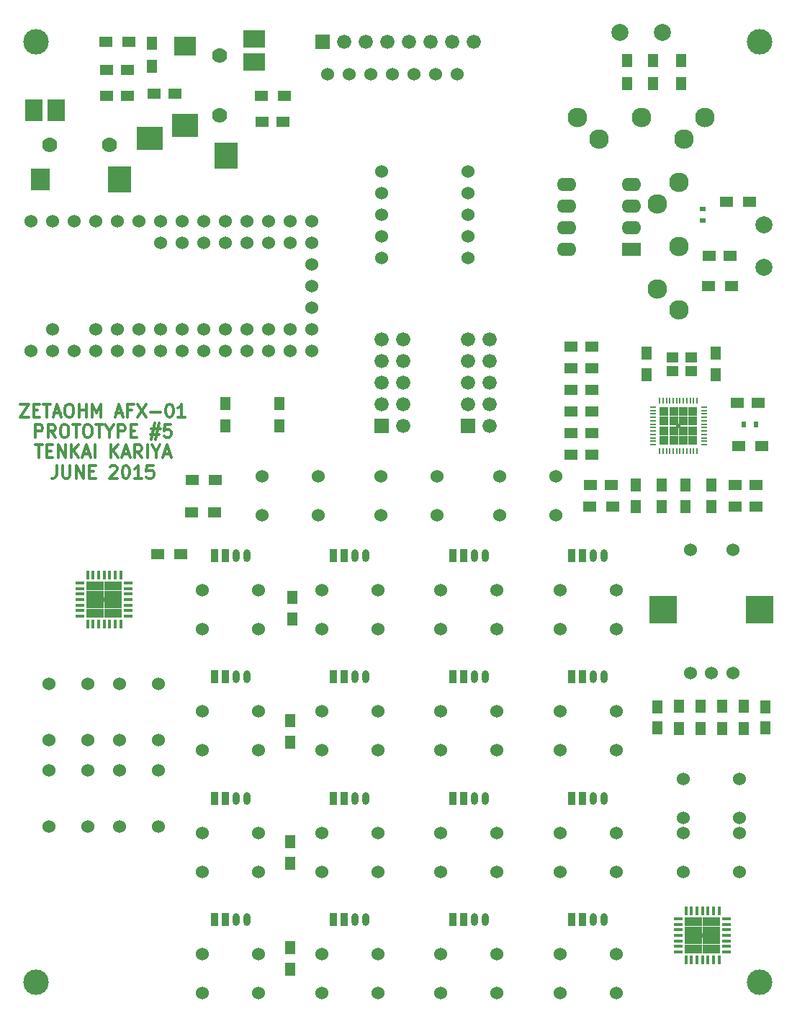
<source format=gts>
G04 #@! TF.FileFunction,Soldermask,Top*
%FSLAX46Y46*%
G04 Gerber Fmt 4.6, Leading zero omitted, Abs format (unit mm)*
G04 Created by KiCad (PCBNEW (2015-06-12 BZR 5734)-product) date Saturday, June 20, 2015 'PMt' 05:40:19 PM*
%MOMM*%
G01*
G04 APERTURE LIST*
%ADD10C,0.100000*%
%ADD11C,0.300000*%
%ADD12C,3.000000*%
%ADD13C,0.500000*%
%ADD14C,1.524000*%
%ADD15R,1.250000X1.500000*%
%ADD16R,0.850000X1.500000*%
%ADD17O,0.850000X1.500000*%
%ADD18C,2.300000*%
%ADD19C,2.000000*%
%ADD20R,2.286000X1.574800*%
%ADD21O,2.286000X1.574800*%
%ADD22R,3.200000X3.200000*%
%ADD23R,1.500000X1.250000*%
%ADD24R,0.600000X0.700000*%
%ADD25R,1.000000X0.370000*%
%ADD26R,0.370000X1.000000*%
%ADD27R,1.062500X1.062500*%
%ADD28R,1.500000X1.300000*%
%ADD29R,1.300000X1.500000*%
%ADD30R,0.700000X0.600000*%
%ADD31R,2.540000X2.006600*%
%ADD32R,2.540000X2.209800*%
%ADD33R,3.048000X2.692400*%
%ADD34R,2.692400X3.048000*%
%ADD35C,1.778000*%
%ADD36R,2.006600X2.540000*%
%ADD37R,2.209800X2.540000*%
%ADD38R,0.800000X0.200000*%
%ADD39R,0.200000X0.800000*%
%ADD40R,1.112500X1.112500*%
%ADD41R,1.400000X1.200000*%
%ADD42C,1.676400*%
%ADD43R,1.676400X1.676400*%
G04 APERTURE END LIST*
D10*
D11*
X92739001Y-70508571D02*
X93739001Y-70508571D01*
X92739001Y-72008571D01*
X93739001Y-72008571D01*
X94310429Y-71222857D02*
X94810429Y-71222857D01*
X95024715Y-72008571D02*
X94310429Y-72008571D01*
X94310429Y-70508571D01*
X95024715Y-70508571D01*
X95453286Y-70508571D02*
X96310429Y-70508571D01*
X95881858Y-72008571D02*
X95881858Y-70508571D01*
X96739000Y-71580000D02*
X97453286Y-71580000D01*
X96596143Y-72008571D02*
X97096143Y-70508571D01*
X97596143Y-72008571D01*
X98381857Y-70508571D02*
X98667571Y-70508571D01*
X98810429Y-70580000D01*
X98953286Y-70722857D01*
X99024714Y-71008571D01*
X99024714Y-71508571D01*
X98953286Y-71794286D01*
X98810429Y-71937143D01*
X98667571Y-72008571D01*
X98381857Y-72008571D01*
X98239000Y-71937143D01*
X98096143Y-71794286D01*
X98024714Y-71508571D01*
X98024714Y-71008571D01*
X98096143Y-70722857D01*
X98239000Y-70580000D01*
X98381857Y-70508571D01*
X99667572Y-72008571D02*
X99667572Y-70508571D01*
X99667572Y-71222857D02*
X100524715Y-71222857D01*
X100524715Y-72008571D02*
X100524715Y-70508571D01*
X101239001Y-72008571D02*
X101239001Y-70508571D01*
X101739001Y-71580000D01*
X102239001Y-70508571D01*
X102239001Y-72008571D01*
X104024715Y-71580000D02*
X104739001Y-71580000D01*
X103881858Y-72008571D02*
X104381858Y-70508571D01*
X104881858Y-72008571D01*
X105881858Y-71222857D02*
X105381858Y-71222857D01*
X105381858Y-72008571D02*
X105381858Y-70508571D01*
X106096144Y-70508571D01*
X106524715Y-70508571D02*
X107524715Y-72008571D01*
X107524715Y-70508571D02*
X106524715Y-72008571D01*
X108096143Y-71437143D02*
X109239000Y-71437143D01*
X110239000Y-70508571D02*
X110381857Y-70508571D01*
X110524714Y-70580000D01*
X110596143Y-70651429D01*
X110667572Y-70794286D01*
X110739000Y-71080000D01*
X110739000Y-71437143D01*
X110667572Y-71722857D01*
X110596143Y-71865714D01*
X110524714Y-71937143D01*
X110381857Y-72008571D01*
X110239000Y-72008571D01*
X110096143Y-71937143D01*
X110024714Y-71865714D01*
X109953286Y-71722857D01*
X109881857Y-71437143D01*
X109881857Y-71080000D01*
X109953286Y-70794286D01*
X110024714Y-70651429D01*
X110096143Y-70580000D01*
X110239000Y-70508571D01*
X112167571Y-72008571D02*
X111310428Y-72008571D01*
X111739000Y-72008571D02*
X111739000Y-70508571D01*
X111596143Y-70722857D01*
X111453285Y-70865714D01*
X111310428Y-70937143D01*
X94524715Y-74408571D02*
X94524715Y-72908571D01*
X95096143Y-72908571D01*
X95239001Y-72980000D01*
X95310429Y-73051429D01*
X95381858Y-73194286D01*
X95381858Y-73408571D01*
X95310429Y-73551429D01*
X95239001Y-73622857D01*
X95096143Y-73694286D01*
X94524715Y-73694286D01*
X96881858Y-74408571D02*
X96381858Y-73694286D01*
X96024715Y-74408571D02*
X96024715Y-72908571D01*
X96596143Y-72908571D01*
X96739001Y-72980000D01*
X96810429Y-73051429D01*
X96881858Y-73194286D01*
X96881858Y-73408571D01*
X96810429Y-73551429D01*
X96739001Y-73622857D01*
X96596143Y-73694286D01*
X96024715Y-73694286D01*
X97810429Y-72908571D02*
X98096143Y-72908571D01*
X98239001Y-72980000D01*
X98381858Y-73122857D01*
X98453286Y-73408571D01*
X98453286Y-73908571D01*
X98381858Y-74194286D01*
X98239001Y-74337143D01*
X98096143Y-74408571D01*
X97810429Y-74408571D01*
X97667572Y-74337143D01*
X97524715Y-74194286D01*
X97453286Y-73908571D01*
X97453286Y-73408571D01*
X97524715Y-73122857D01*
X97667572Y-72980000D01*
X97810429Y-72908571D01*
X98881858Y-72908571D02*
X99739001Y-72908571D01*
X99310430Y-74408571D02*
X99310430Y-72908571D01*
X100524715Y-72908571D02*
X100810429Y-72908571D01*
X100953287Y-72980000D01*
X101096144Y-73122857D01*
X101167572Y-73408571D01*
X101167572Y-73908571D01*
X101096144Y-74194286D01*
X100953287Y-74337143D01*
X100810429Y-74408571D01*
X100524715Y-74408571D01*
X100381858Y-74337143D01*
X100239001Y-74194286D01*
X100167572Y-73908571D01*
X100167572Y-73408571D01*
X100239001Y-73122857D01*
X100381858Y-72980000D01*
X100524715Y-72908571D01*
X101596144Y-72908571D02*
X102453287Y-72908571D01*
X102024716Y-74408571D02*
X102024716Y-72908571D01*
X103239001Y-73694286D02*
X103239001Y-74408571D01*
X102739001Y-72908571D02*
X103239001Y-73694286D01*
X103739001Y-72908571D01*
X104239001Y-74408571D02*
X104239001Y-72908571D01*
X104810429Y-72908571D01*
X104953287Y-72980000D01*
X105024715Y-73051429D01*
X105096144Y-73194286D01*
X105096144Y-73408571D01*
X105024715Y-73551429D01*
X104953287Y-73622857D01*
X104810429Y-73694286D01*
X104239001Y-73694286D01*
X105739001Y-73622857D02*
X106239001Y-73622857D01*
X106453287Y-74408571D02*
X105739001Y-74408571D01*
X105739001Y-72908571D01*
X106453287Y-72908571D01*
X108167572Y-73408571D02*
X109239001Y-73408571D01*
X108596144Y-72765714D02*
X108167572Y-74694286D01*
X109096144Y-74051429D02*
X108024715Y-74051429D01*
X108667572Y-74694286D02*
X109096144Y-72765714D01*
X110453287Y-72908571D02*
X109739001Y-72908571D01*
X109667572Y-73622857D01*
X109739001Y-73551429D01*
X109881858Y-73480000D01*
X110239001Y-73480000D01*
X110381858Y-73551429D01*
X110453287Y-73622857D01*
X110524715Y-73765714D01*
X110524715Y-74122857D01*
X110453287Y-74265714D01*
X110381858Y-74337143D01*
X110239001Y-74408571D01*
X109881858Y-74408571D01*
X109739001Y-74337143D01*
X109667572Y-74265714D01*
X94489000Y-75308571D02*
X95346143Y-75308571D01*
X94917572Y-76808571D02*
X94917572Y-75308571D01*
X95846143Y-76022857D02*
X96346143Y-76022857D01*
X96560429Y-76808571D02*
X95846143Y-76808571D01*
X95846143Y-75308571D01*
X96560429Y-75308571D01*
X97203286Y-76808571D02*
X97203286Y-75308571D01*
X98060429Y-76808571D01*
X98060429Y-75308571D01*
X98774715Y-76808571D02*
X98774715Y-75308571D01*
X99631858Y-76808571D02*
X98989001Y-75951429D01*
X99631858Y-75308571D02*
X98774715Y-76165714D01*
X100203286Y-76380000D02*
X100917572Y-76380000D01*
X100060429Y-76808571D02*
X100560429Y-75308571D01*
X101060429Y-76808571D01*
X101560429Y-76808571D02*
X101560429Y-75308571D01*
X103417572Y-76808571D02*
X103417572Y-75308571D01*
X104274715Y-76808571D02*
X103631858Y-75951429D01*
X104274715Y-75308571D02*
X103417572Y-76165714D01*
X104846143Y-76380000D02*
X105560429Y-76380000D01*
X104703286Y-76808571D02*
X105203286Y-75308571D01*
X105703286Y-76808571D01*
X107060429Y-76808571D02*
X106560429Y-76094286D01*
X106203286Y-76808571D02*
X106203286Y-75308571D01*
X106774714Y-75308571D01*
X106917572Y-75380000D01*
X106989000Y-75451429D01*
X107060429Y-75594286D01*
X107060429Y-75808571D01*
X106989000Y-75951429D01*
X106917572Y-76022857D01*
X106774714Y-76094286D01*
X106203286Y-76094286D01*
X107703286Y-76808571D02*
X107703286Y-75308571D01*
X108703286Y-76094286D02*
X108703286Y-76808571D01*
X108203286Y-75308571D02*
X108703286Y-76094286D01*
X109203286Y-75308571D01*
X109631857Y-76380000D02*
X110346143Y-76380000D01*
X109489000Y-76808571D02*
X109989000Y-75308571D01*
X110489000Y-76808571D01*
X97024715Y-77708571D02*
X97024715Y-78780000D01*
X96953287Y-78994286D01*
X96810430Y-79137143D01*
X96596144Y-79208571D01*
X96453287Y-79208571D01*
X97739001Y-77708571D02*
X97739001Y-78922857D01*
X97810429Y-79065714D01*
X97881858Y-79137143D01*
X98024715Y-79208571D01*
X98310429Y-79208571D01*
X98453287Y-79137143D01*
X98524715Y-79065714D01*
X98596144Y-78922857D01*
X98596144Y-77708571D01*
X99310430Y-79208571D02*
X99310430Y-77708571D01*
X100167573Y-79208571D01*
X100167573Y-77708571D01*
X100881859Y-78422857D02*
X101381859Y-78422857D01*
X101596145Y-79208571D02*
X100881859Y-79208571D01*
X100881859Y-77708571D01*
X101596145Y-77708571D01*
X103310430Y-77851429D02*
X103381859Y-77780000D01*
X103524716Y-77708571D01*
X103881859Y-77708571D01*
X104024716Y-77780000D01*
X104096145Y-77851429D01*
X104167573Y-77994286D01*
X104167573Y-78137143D01*
X104096145Y-78351429D01*
X103239002Y-79208571D01*
X104167573Y-79208571D01*
X105096144Y-77708571D02*
X105239001Y-77708571D01*
X105381858Y-77780000D01*
X105453287Y-77851429D01*
X105524716Y-77994286D01*
X105596144Y-78280000D01*
X105596144Y-78637143D01*
X105524716Y-78922857D01*
X105453287Y-79065714D01*
X105381858Y-79137143D01*
X105239001Y-79208571D01*
X105096144Y-79208571D01*
X104953287Y-79137143D01*
X104881858Y-79065714D01*
X104810430Y-78922857D01*
X104739001Y-78637143D01*
X104739001Y-78280000D01*
X104810430Y-77994286D01*
X104881858Y-77851429D01*
X104953287Y-77780000D01*
X105096144Y-77708571D01*
X107024715Y-79208571D02*
X106167572Y-79208571D01*
X106596144Y-79208571D02*
X106596144Y-77708571D01*
X106453287Y-77922857D01*
X106310429Y-78065714D01*
X106167572Y-78137143D01*
X108381858Y-77708571D02*
X107667572Y-77708571D01*
X107596143Y-78422857D01*
X107667572Y-78351429D01*
X107810429Y-78280000D01*
X108167572Y-78280000D01*
X108310429Y-78351429D01*
X108381858Y-78422857D01*
X108453286Y-78565714D01*
X108453286Y-78922857D01*
X108381858Y-79065714D01*
X108310429Y-79137143D01*
X108167572Y-79208571D01*
X107810429Y-79208571D01*
X107667572Y-79137143D01*
X107596143Y-79065714D01*
D12*
X179705000Y-138430000D03*
X94615000Y-138430000D03*
X94615000Y-27940000D03*
X179705000Y-27940000D03*
D13*
X102616000Y-93472000D03*
X172961300Y-132918200D03*
D14*
X139065000Y-31750000D03*
X136525000Y-31750000D03*
X133985000Y-31750000D03*
X131445000Y-31750000D03*
X128905000Y-31750000D03*
X141605000Y-31750000D03*
X144145000Y-31750000D03*
D15*
X166370000Y-67036000D03*
X166370000Y-64536000D03*
X174498000Y-67036000D03*
X174498000Y-64536000D03*
D14*
X162825000Y-135139000D03*
X156221000Y-135139000D03*
X156221000Y-139711000D03*
X162825000Y-139711000D03*
X148809000Y-135139000D03*
X142205000Y-135139000D03*
X142205000Y-139711000D03*
X148809000Y-139711000D03*
X134793000Y-135139000D03*
X128189000Y-135139000D03*
X128189000Y-139711000D03*
X134793000Y-139711000D03*
X120777000Y-135139000D03*
X114173000Y-135139000D03*
X114173000Y-139711000D03*
X120777000Y-139711000D03*
X162825000Y-120869000D03*
X156221000Y-120869000D03*
X156221000Y-125441000D03*
X162825000Y-125441000D03*
X148809000Y-120869000D03*
X142205000Y-120869000D03*
X142205000Y-125441000D03*
X148809000Y-125441000D03*
X134793000Y-120869000D03*
X128189000Y-120869000D03*
X128189000Y-125441000D03*
X134793000Y-125441000D03*
X120777000Y-120869000D03*
X114173000Y-120869000D03*
X114173000Y-125441000D03*
X120777000Y-125441000D03*
X162825000Y-106599000D03*
X156221000Y-106599000D03*
X156221000Y-111171000D03*
X162825000Y-111171000D03*
X148809000Y-106599000D03*
X142205000Y-106599000D03*
X142205000Y-111171000D03*
X148809000Y-111171000D03*
X134793000Y-106599000D03*
X128189000Y-106599000D03*
X128189000Y-111171000D03*
X134793000Y-111171000D03*
X120777000Y-106599000D03*
X114173000Y-106599000D03*
X114173000Y-111171000D03*
X120777000Y-111171000D03*
X162825000Y-92329000D03*
X156221000Y-92329000D03*
X156221000Y-96901000D03*
X162825000Y-96901000D03*
X148809000Y-92329000D03*
X142205000Y-92329000D03*
X142205000Y-96901000D03*
X148809000Y-96901000D03*
X134793000Y-92329000D03*
X128189000Y-92329000D03*
X128189000Y-96901000D03*
X134793000Y-96901000D03*
D16*
X157618000Y-131075000D03*
X158888000Y-131075000D03*
D17*
X160158000Y-131075000D03*
X161428000Y-131075000D03*
D16*
X143602000Y-131075000D03*
X144872000Y-131075000D03*
D17*
X146142000Y-131075000D03*
X147412000Y-131075000D03*
D16*
X129586000Y-131075000D03*
X130856000Y-131075000D03*
D17*
X132126000Y-131075000D03*
X133396000Y-131075000D03*
D16*
X115570000Y-131075000D03*
X116840000Y-131075000D03*
D17*
X118110000Y-131075000D03*
X119380000Y-131075000D03*
D16*
X157618000Y-116805000D03*
X158888000Y-116805000D03*
D17*
X160158000Y-116805000D03*
X161428000Y-116805000D03*
D16*
X143602000Y-116805000D03*
X144872000Y-116805000D03*
D17*
X146142000Y-116805000D03*
X147412000Y-116805000D03*
D16*
X129586000Y-116805000D03*
X130856000Y-116805000D03*
D17*
X132126000Y-116805000D03*
X133396000Y-116805000D03*
D16*
X115570000Y-116805000D03*
X116840000Y-116805000D03*
D17*
X118110000Y-116805000D03*
X119380000Y-116805000D03*
D16*
X157618000Y-102535000D03*
X158888000Y-102535000D03*
D17*
X160158000Y-102535000D03*
X161428000Y-102535000D03*
D16*
X143602000Y-102535000D03*
X144872000Y-102535000D03*
D17*
X146142000Y-102535000D03*
X147412000Y-102535000D03*
D16*
X129586000Y-102535000D03*
X130856000Y-102535000D03*
D17*
X132126000Y-102535000D03*
X133396000Y-102535000D03*
D16*
X115570000Y-102535000D03*
X116840000Y-102535000D03*
D17*
X118110000Y-102535000D03*
X119380000Y-102535000D03*
D16*
X157618000Y-88265000D03*
X158888000Y-88265000D03*
D17*
X160158000Y-88265000D03*
X161428000Y-88265000D03*
D16*
X143602000Y-88265000D03*
X144872000Y-88265000D03*
D17*
X146142000Y-88265000D03*
X147412000Y-88265000D03*
D16*
X129586000Y-88265000D03*
X130856000Y-88265000D03*
D17*
X132126000Y-88265000D03*
X133396000Y-88265000D03*
D18*
X167680000Y-46950000D03*
D19*
X180180000Y-54450000D03*
D18*
X170180000Y-44450000D03*
X170180000Y-51950000D03*
X170180000Y-59450000D03*
X167680000Y-56950000D03*
D19*
X180180000Y-49450000D03*
D14*
X177292000Y-114554000D03*
X170688000Y-114554000D03*
X170688000Y-119126000D03*
X177292000Y-119126000D03*
X177292000Y-120904000D03*
X170688000Y-120904000D03*
X170688000Y-125476000D03*
X177292000Y-125476000D03*
X104394000Y-113538000D03*
X104394000Y-120142000D03*
X108966000Y-120142000D03*
X108966000Y-113538000D03*
X96139000Y-113538000D03*
X96139000Y-120142000D03*
X100711000Y-120142000D03*
X100711000Y-113538000D03*
X104394000Y-103378000D03*
X104394000Y-109982000D03*
X108966000Y-109982000D03*
X108966000Y-103378000D03*
X96139000Y-103378000D03*
X96139000Y-109982000D03*
X100711000Y-109982000D03*
X100711000Y-103378000D03*
X155702000Y-78994000D03*
X149098000Y-78994000D03*
X149098000Y-83566000D03*
X155702000Y-83566000D03*
X141732000Y-78994000D03*
X135128000Y-78994000D03*
X135128000Y-83566000D03*
X141732000Y-83566000D03*
D16*
X115570000Y-88265000D03*
X116840000Y-88265000D03*
D17*
X118110000Y-88265000D03*
X119380000Y-88265000D03*
D18*
X160782000Y-39370000D03*
D19*
X168282000Y-26870000D03*
D18*
X158282000Y-36870000D03*
X165782000Y-36870000D03*
X173282000Y-36870000D03*
X170782000Y-39370000D03*
D19*
X163282000Y-26870000D03*
D14*
X120777000Y-92329000D03*
X114173000Y-92329000D03*
X114173000Y-96901000D03*
X120777000Y-96901000D03*
X127762000Y-78994000D03*
X121158000Y-78994000D03*
X121158000Y-83566000D03*
X127762000Y-83566000D03*
D20*
X164592000Y-52324000D03*
D21*
X164592000Y-49784000D03*
X164592000Y-47244000D03*
X164592000Y-44704000D03*
X156972000Y-44704000D03*
X156972000Y-47244000D03*
X156972000Y-49784000D03*
X156972000Y-52324000D03*
D14*
X171530000Y-102130000D03*
X174030000Y-102130000D03*
X176530000Y-102130000D03*
X176530000Y-87630000D03*
X171530000Y-87630000D03*
D22*
X168330000Y-94630000D03*
X179730000Y-94630000D03*
D14*
X99060000Y-49022000D03*
X101600000Y-49022000D03*
X104140000Y-49022000D03*
X106680000Y-49022000D03*
X109220000Y-49022000D03*
X111760000Y-49022000D03*
X114300000Y-49022000D03*
X116840000Y-49022000D03*
X119380000Y-49022000D03*
X121920000Y-49022000D03*
X124460000Y-49022000D03*
X127000000Y-49022000D03*
X127000000Y-64262000D03*
X124460000Y-64262000D03*
X121920000Y-64262000D03*
X119380000Y-64262000D03*
X116840000Y-64262000D03*
X114300000Y-64262000D03*
X111760000Y-64262000D03*
X109220000Y-64262000D03*
X106680000Y-64262000D03*
X104140000Y-64262000D03*
X101600000Y-64262000D03*
X114300000Y-51562000D03*
X116840000Y-51562000D03*
X119380000Y-51562000D03*
X121920000Y-51562000D03*
X124460000Y-51562000D03*
X124460000Y-61722000D03*
X121920000Y-61722000D03*
X119380000Y-61722000D03*
X116840000Y-61722000D03*
X114300000Y-61722000D03*
X111760000Y-61722000D03*
X109220000Y-61722000D03*
X109220000Y-51562000D03*
X106680000Y-61722000D03*
X104140000Y-61722000D03*
X101600000Y-61722000D03*
X96520000Y-61722000D03*
X127000000Y-61722000D03*
X127000000Y-59182000D03*
X93980000Y-49022000D03*
X127000000Y-54102000D03*
X127000000Y-51562000D03*
X93980000Y-64262000D03*
X96520000Y-64262000D03*
X99060000Y-64262000D03*
X127000000Y-56642000D03*
X96520000Y-49022000D03*
X111760000Y-51562000D03*
D15*
X124714000Y-95738000D03*
X124714000Y-93238000D03*
D23*
X123678000Y-37338000D03*
X121178000Y-37338000D03*
D15*
X173990000Y-82530000D03*
X173990000Y-80030000D03*
X170942000Y-80030000D03*
X170942000Y-82530000D03*
D23*
X160000000Y-66294000D03*
X157500000Y-66294000D03*
D24*
X179262000Y-72898000D03*
X177862000Y-72898000D03*
D25*
X170124000Y-130963000D03*
X170124000Y-131613000D03*
X170124000Y-132263000D03*
X170124000Y-132913000D03*
X170124000Y-133563000D03*
X170124000Y-134213000D03*
X170124000Y-134863000D03*
D26*
X171024000Y-135763000D03*
X171674000Y-135763000D03*
X172324000Y-135763000D03*
X172974000Y-135763000D03*
X173624000Y-135763000D03*
X174274000Y-135763000D03*
X174924000Y-135763000D03*
D25*
X175824000Y-134863000D03*
X175824000Y-134213000D03*
X175824000Y-133563000D03*
X175824000Y-132913000D03*
X175824000Y-132263000D03*
X175824000Y-131613000D03*
X175824000Y-130963000D03*
D26*
X174924000Y-130063000D03*
X174274000Y-130063000D03*
X173624000Y-130063000D03*
X172974000Y-130063000D03*
X172324000Y-130063000D03*
X171674000Y-130063000D03*
X171024000Y-130063000D03*
D27*
X174567750Y-134506750D03*
X174567750Y-133444250D03*
X174567750Y-132381750D03*
X174567750Y-131319250D03*
X173505250Y-134506750D03*
X173505250Y-133444250D03*
X173505250Y-132381750D03*
X173505250Y-131319250D03*
X172442750Y-134506750D03*
X172442750Y-133444250D03*
X172442750Y-132381750D03*
X172442750Y-131319250D03*
X171380250Y-134506750D03*
X171380250Y-133444250D03*
X171380250Y-132381750D03*
X171380250Y-131319250D03*
D25*
X99766000Y-91522000D03*
X99766000Y-92172000D03*
X99766000Y-92822000D03*
X99766000Y-93472000D03*
X99766000Y-94122000D03*
X99766000Y-94772000D03*
X99766000Y-95422000D03*
D26*
X100666000Y-96322000D03*
X101316000Y-96322000D03*
X101966000Y-96322000D03*
X102616000Y-96322000D03*
X103266000Y-96322000D03*
X103916000Y-96322000D03*
X104566000Y-96322000D03*
D25*
X105466000Y-95422000D03*
X105466000Y-94772000D03*
X105466000Y-94122000D03*
X105466000Y-93472000D03*
X105466000Y-92822000D03*
X105466000Y-92172000D03*
X105466000Y-91522000D03*
D26*
X104566000Y-90622000D03*
X103916000Y-90622000D03*
X103266000Y-90622000D03*
X102616000Y-90622000D03*
X101966000Y-90622000D03*
X101316000Y-90622000D03*
X100666000Y-90622000D03*
D27*
X104209750Y-95065750D03*
X104209750Y-94003250D03*
X104209750Y-92940750D03*
X104209750Y-91878250D03*
X103147250Y-95065750D03*
X103147250Y-94003250D03*
X103147250Y-92940750D03*
X103147250Y-91878250D03*
X102084750Y-95065750D03*
X102084750Y-94003250D03*
X102084750Y-92940750D03*
X102084750Y-91878250D03*
X101022250Y-95065750D03*
X101022250Y-94003250D03*
X101022250Y-92940750D03*
X101022250Y-91878250D03*
D28*
X111586000Y-88138000D03*
X108886000Y-88138000D03*
D29*
X170434000Y-32846000D03*
X170434000Y-30146000D03*
D28*
X177212000Y-75438000D03*
X179912000Y-75438000D03*
D29*
X108204000Y-28114000D03*
X108204000Y-30814000D03*
X164084000Y-30146000D03*
X164084000Y-32846000D03*
X167132000Y-30146000D03*
X167132000Y-32846000D03*
D28*
X176356000Y-56642000D03*
X173656000Y-56642000D03*
D29*
X170180000Y-105965000D03*
X170180000Y-108665000D03*
X172720000Y-105965000D03*
X172720000Y-108665000D03*
D15*
X124460000Y-110216000D03*
X124460000Y-107716000D03*
X124460000Y-124440000D03*
X124460000Y-121940000D03*
X124460000Y-136886000D03*
X124460000Y-134386000D03*
D23*
X177058000Y-70358000D03*
X179558000Y-70358000D03*
X157500000Y-63754000D03*
X160000000Y-63754000D03*
X157480000Y-68834000D03*
X159980000Y-68834000D03*
X157480000Y-71374000D03*
X159980000Y-71374000D03*
X157500000Y-76454000D03*
X160000000Y-76454000D03*
X157480000Y-73914000D03*
X159980000Y-73914000D03*
X108478000Y-34036000D03*
X110978000Y-34036000D03*
D15*
X168148000Y-82530000D03*
X168148000Y-80030000D03*
X165100000Y-80030000D03*
X165100000Y-82530000D03*
D23*
X105390000Y-34290000D03*
X102890000Y-34290000D03*
X105390000Y-31242000D03*
X102890000Y-31242000D03*
X176256000Y-53086000D03*
X173756000Y-53086000D03*
D15*
X167640000Y-108565000D03*
X167640000Y-106065000D03*
X180340000Y-108565000D03*
X180340000Y-106065000D03*
D30*
X172974000Y-47560000D03*
X172974000Y-48960000D03*
D31*
X120269000Y-27635200D03*
X120269000Y-30327600D03*
D32*
X112141000Y-28422600D03*
D33*
X112141000Y-37744400D03*
D34*
X116941600Y-41275000D03*
D35*
X116205000Y-29540200D03*
X116205000Y-36550600D03*
D36*
X94310200Y-35941000D03*
X97002600Y-35941000D03*
D37*
X95097600Y-44069000D03*
D34*
X104419400Y-44069000D03*
D33*
X107950000Y-39268400D03*
D35*
X96215200Y-40005000D03*
X103225600Y-40005000D03*
D23*
X159786000Y-80010000D03*
X162286000Y-80010000D03*
D28*
X123778000Y-34290000D03*
X121078000Y-34290000D03*
X162386000Y-82550000D03*
X159686000Y-82550000D03*
X102790000Y-27940000D03*
X105490000Y-27940000D03*
X175768000Y-46736000D03*
X178468000Y-46736000D03*
D29*
X175260000Y-105965000D03*
X175260000Y-108665000D03*
X177800000Y-105965000D03*
X177800000Y-108665000D03*
D38*
X167132000Y-70866000D03*
X167132000Y-71266000D03*
X167132000Y-71666000D03*
X167132000Y-72066000D03*
X167132000Y-72466000D03*
X167132000Y-72866000D03*
X167132000Y-73266000D03*
X167132000Y-73666000D03*
X167132000Y-74066000D03*
X167132000Y-74466000D03*
X167132000Y-74866000D03*
X167132000Y-75266000D03*
D39*
X167932000Y-76066000D03*
X168332000Y-76066000D03*
X168732000Y-76066000D03*
X169132000Y-76066000D03*
X169532000Y-76066000D03*
X169932000Y-76066000D03*
X170332000Y-76066000D03*
X170732000Y-76066000D03*
X171132000Y-76066000D03*
X171532000Y-76066000D03*
X171932000Y-76066000D03*
X172332000Y-76066000D03*
D38*
X173132000Y-75266000D03*
X173132000Y-74866000D03*
X173132000Y-74466000D03*
X173132000Y-74066000D03*
X173132000Y-73666000D03*
X173132000Y-73266000D03*
X173132000Y-72866000D03*
X173132000Y-72466000D03*
X173132000Y-72066000D03*
X173132000Y-71666000D03*
X173132000Y-71266000D03*
X173132000Y-70866000D03*
D39*
X172332000Y-70066000D03*
X171932000Y-70066000D03*
X171532000Y-70066000D03*
X171132000Y-70066000D03*
X170732000Y-70066000D03*
X170332000Y-70066000D03*
X169932000Y-70066000D03*
X169532000Y-70066000D03*
X169132000Y-70066000D03*
X168732000Y-70066000D03*
X168332000Y-70066000D03*
X167932000Y-70066000D03*
D40*
X171800750Y-74734750D03*
X171800750Y-73622250D03*
X171800750Y-72509750D03*
X171800750Y-71397250D03*
X170688250Y-74734750D03*
X170688250Y-73622250D03*
X170688250Y-72509750D03*
X170688250Y-71397250D03*
X169575750Y-74734750D03*
X169575750Y-73622250D03*
X169575750Y-72509750D03*
X169575750Y-71397250D03*
X168463250Y-74734750D03*
X168463250Y-73622250D03*
X168463250Y-72509750D03*
X168463250Y-71397250D03*
D41*
X171621852Y-65064346D03*
X169421852Y-65064346D03*
X171621852Y-66664346D03*
X169421852Y-66664346D03*
D23*
X179304000Y-80010000D03*
X176804000Y-80010000D03*
X176804000Y-82550000D03*
X179304000Y-82550000D03*
D28*
X115650000Y-79375000D03*
X112950000Y-79375000D03*
X115570000Y-83185000D03*
X112870000Y-83185000D03*
D42*
X147955000Y-62865000D03*
X145415000Y-62865000D03*
X145415000Y-65405000D03*
X147955000Y-65405000D03*
X147955000Y-67945000D03*
X145415000Y-67945000D03*
X145415000Y-70485000D03*
X147955000Y-70485000D03*
X147955000Y-73025000D03*
D43*
X145415000Y-73025000D03*
D29*
X123190000Y-73105000D03*
X123190000Y-70405000D03*
X116840000Y-73105000D03*
X116840000Y-70405000D03*
D14*
X145415000Y-43180000D03*
X145415000Y-45720000D03*
X145415000Y-48260000D03*
X145415000Y-50800000D03*
X145415000Y-53340000D03*
X135255000Y-53340000D03*
X135255000Y-43180000D03*
X135255000Y-45720000D03*
X135255000Y-48260000D03*
X135255000Y-50800000D03*
D42*
X137795000Y-62865000D03*
X135255000Y-62865000D03*
X135255000Y-65405000D03*
X137795000Y-65405000D03*
X137795000Y-67945000D03*
X135255000Y-67945000D03*
X135255000Y-70485000D03*
X137795000Y-70485000D03*
X137795000Y-73025000D03*
D43*
X135255000Y-73025000D03*
X128270000Y-27940000D03*
D42*
X130810000Y-27940000D03*
X133350000Y-27940000D03*
X135890000Y-27940000D03*
X138430000Y-27940000D03*
X140970000Y-27940000D03*
X143510000Y-27940000D03*
X146050000Y-27940000D03*
D13*
X170129200Y-73075800D03*
M02*

</source>
